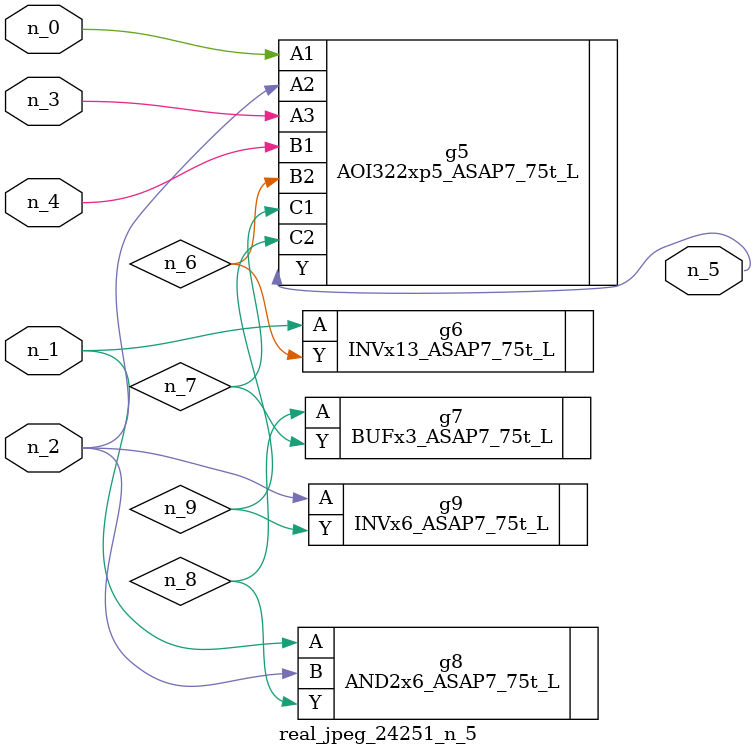
<source format=v>
module real_jpeg_24251_n_5 (n_4, n_0, n_1, n_2, n_3, n_5);

input n_4;
input n_0;
input n_1;
input n_2;
input n_3;

output n_5;

wire n_8;
wire n_6;
wire n_7;
wire n_9;

AOI322xp5_ASAP7_75t_L g5 ( 
.A1(n_0),
.A2(n_2),
.A3(n_3),
.B1(n_4),
.B2(n_6),
.C1(n_7),
.C2(n_9),
.Y(n_5)
);

INVx13_ASAP7_75t_L g6 ( 
.A(n_1),
.Y(n_6)
);

AND2x6_ASAP7_75t_L g8 ( 
.A(n_1),
.B(n_2),
.Y(n_8)
);

INVx6_ASAP7_75t_L g9 ( 
.A(n_2),
.Y(n_9)
);

BUFx3_ASAP7_75t_L g7 ( 
.A(n_8),
.Y(n_7)
);


endmodule
</source>
